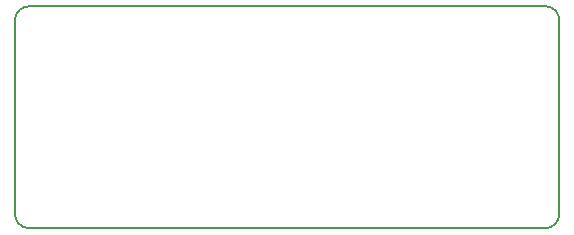
<source format=gko>
G04*
G04 #@! TF.GenerationSoftware,Altium Limited,Altium Designer,23.0.1 (38)*
G04*
G04 Layer_Color=16711935*
%FSLAX44Y44*%
%MOMM*%
G71*
G04*
G04 #@! TF.SameCoordinates,AC13AACC-C9C6-46D0-8271-6E1567557673*
G04*
G04*
G04 #@! TF.FilePolarity,Positive*
G04*
G01*
G75*
%ADD12C,0.2000*%
%ADD14C,0.2032*%
D12*
X461019Y175518D02*
G03*
X449373Y187960I-12044J398D01*
G01*
X448584Y-9D02*
G03*
X461026Y11637I398J12044D01*
G01*
X-0Y12442D02*
G03*
X11646Y-0I12044J-398D01*
G01*
X12442Y187960D02*
G03*
X-0Y176314I-398J-12044D01*
G01*
D14*
X11646Y-0D02*
X449373Y0D01*
X461010Y11637D02*
Y175518D01*
X-0Y12442D02*
Y176314D01*
X12442Y187960D02*
X449373Y187960D01*
M02*

</source>
